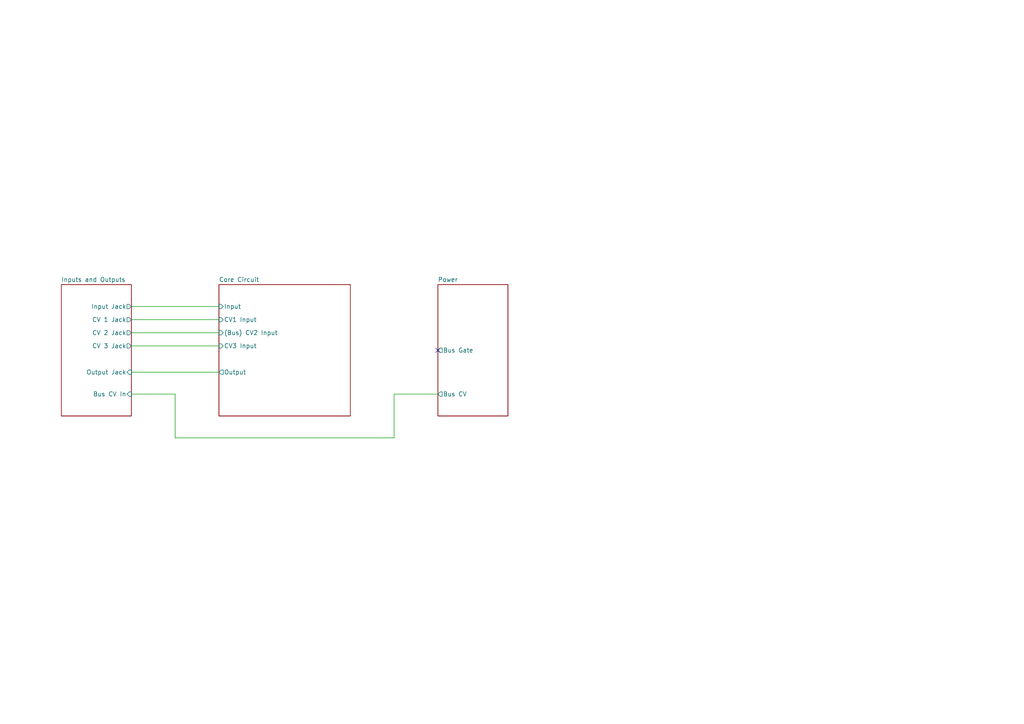
<source format=kicad_sch>
(kicad_sch
	(version 20231120)
	(generator "eeschema")
	(generator_version "8.0")
	(uuid "58f4306d-5387-4983-bb08-41a2313fd315")
	(paper "A4")
	(title_block
		(rev "1")
		(company "DMH Instruments")
		(comment 1 "PCB for 10cm Kosmo format synthesizer module")
	)
	(lib_symbols)
	(no_connect
		(at 127 101.6)
		(uuid "04bf58f4-d0cb-4d6d-973a-58f6aa426678")
	)
	(wire
		(pts
			(xy 114.3 114.3) (xy 127 114.3)
		)
		(stroke
			(width 0)
			(type default)
		)
		(uuid "25c1840c-53b4-480d-99c2-f2ed4519ab5d")
	)
	(wire
		(pts
			(xy 38.1 88.9) (xy 63.5 88.9)
		)
		(stroke
			(width 0)
			(type default)
		)
		(uuid "324b8cae-5d1a-49fe-9e0c-7bdf9e11d16b")
	)
	(wire
		(pts
			(xy 38.1 96.52) (xy 63.5 96.52)
		)
		(stroke
			(width 0)
			(type default)
		)
		(uuid "43ce6f2a-15e5-42e0-86af-0da6eff49995")
	)
	(wire
		(pts
			(xy 50.8 127) (xy 114.3 127)
		)
		(stroke
			(width 0)
			(type default)
		)
		(uuid "95a0cdb6-5713-4c46-a9db-b5ca633cbd7e")
	)
	(wire
		(pts
			(xy 114.3 127) (xy 114.3 114.3)
		)
		(stroke
			(width 0)
			(type default)
		)
		(uuid "97a6bf40-a75c-4e48-a05d-185c2cfa6f34")
	)
	(wire
		(pts
			(xy 38.1 92.71) (xy 63.5 92.71)
		)
		(stroke
			(width 0)
			(type default)
		)
		(uuid "af2c2844-05ab-4694-97da-584c4be0f990")
	)
	(wire
		(pts
			(xy 38.1 107.95) (xy 63.5 107.95)
		)
		(stroke
			(width 0)
			(type default)
		)
		(uuid "b2a077c9-58e4-4ba9-9606-f4c8c26b88d6")
	)
	(wire
		(pts
			(xy 50.8 114.3) (xy 50.8 127)
		)
		(stroke
			(width 0)
			(type default)
		)
		(uuid "c31a9ace-d0af-4e3f-976c-eb0cc1ad79de")
	)
	(wire
		(pts
			(xy 38.1 100.33) (xy 63.5 100.33)
		)
		(stroke
			(width 0)
			(type default)
		)
		(uuid "c9b58330-17a0-4fa6-8e7e-632d3fc940a2")
	)
	(wire
		(pts
			(xy 38.1 114.3) (xy 50.8 114.3)
		)
		(stroke
			(width 0)
			(type default)
		)
		(uuid "ed3367d1-8b4b-4cd7-8703-c75786932bb6")
	)
	(sheet
		(at 127 82.55)
		(size 20.32 38.1)
		(fields_autoplaced yes)
		(stroke
			(width 0.1524)
			(type solid)
		)
		(fill
			(color 0 0 0 0.0000)
		)
		(uuid "0cdf34b2-39cd-4d9e-981a-97cd34791509")
		(property "Sheetname" "Power"
			(at 127 81.8384 0)
			(effects
				(font
					(size 1.27 1.27)
				)
				(justify left bottom)
			)
		)
		(property "Sheetfile" "Power.kicad_sch"
			(at 127 121.2346 0)
			(effects
				(font
					(size 1.27 1.27)
				)
				(justify left top)
				(hide yes)
			)
		)
		(pin "Bus Gate" output
			(at 127 101.6 180)
			(effects
				(font
					(size 1.27 1.27)
				)
				(justify left)
			)
			(uuid "35434339-bc2b-4868-9a18-95483283b276")
		)
		(pin "Bus CV" output
			(at 127 114.3 180)
			(effects
				(font
					(size 1.27 1.27)
				)
				(justify left)
			)
			(uuid "0197176f-d754-4695-b74f-89d14faa0aea")
		)
		(instances
			(project "DMH_VCF_Diode_Ladder_PCB_Conn"
				(path "/58f4306d-5387-4983-bb08-41a2313fd315"
					(page "4")
				)
			)
		)
	)
	(sheet
		(at 63.5 82.55)
		(size 38.1 38.1)
		(fields_autoplaced yes)
		(stroke
			(width 0.1524)
			(type solid)
		)
		(fill
			(color 0 0 0 0.0000)
		)
		(uuid "7ad2d702-dfb7-4d49-a82d-34430dd5948f")
		(property "Sheetname" "Core Circuit"
			(at 63.5 81.8384 0)
			(effects
				(font
					(size 1.27 1.27)
				)
				(justify left bottom)
			)
		)
		(property "Sheetfile" "Core_Circuit.kicad_sch"
			(at 63.5 121.2346 0)
			(effects
				(font
					(size 1.27 1.27)
				)
				(justify left top)
				(hide yes)
			)
		)
		(pin "Output" output
			(at 63.5 107.95 180)
			(effects
				(font
					(size 1.27 1.27)
				)
				(justify left)
			)
			(uuid "2ac4b1a4-34c1-4db4-980a-cb367d4c33e2")
		)
		(pin "(Bus) CV2 Input" input
			(at 63.5 96.52 180)
			(effects
				(font
					(size 1.27 1.27)
				)
				(justify left)
			)
			(uuid "0f497ce2-a7b5-4eb9-be19-fa780e08f7be")
		)
		(pin "CV3 Input" input
			(at 63.5 100.33 180)
			(effects
				(font
					(size 1.27 1.27)
				)
				(justify left)
			)
			(uuid "ad4f86bb-aa0b-4ec5-bc19-2ab647732030")
		)
		(pin "Input" input
			(at 63.5 88.9 180)
			(effects
				(font
					(size 1.27 1.27)
				)
				(justify left)
			)
			(uuid "3d751bb9-bc86-4e9e-b126-7a702b24f8d2")
		)
		(pin "CV1 Input" input
			(at 63.5 92.71 180)
			(effects
				(font
					(size 1.27 1.27)
				)
				(justify left)
			)
			(uuid "175109e4-230e-4690-8776-c6860ac07aeb")
		)
		(instances
			(project "DMH_VCF_Diode_Ladder_PCB_Conn"
				(path "/58f4306d-5387-4983-bb08-41a2313fd315"
					(page "3")
				)
			)
		)
	)
	(sheet
		(at 17.78 82.55)
		(size 20.32 38.1)
		(fields_autoplaced yes)
		(stroke
			(width 0.1524)
			(type solid)
		)
		(fill
			(color 0 0 0 0.0000)
		)
		(uuid "ce3fef8b-9f1d-4178-b50b-4a046c030679")
		(property "Sheetname" "Inputs and Outputs"
			(at 17.78 81.8384 0)
			(effects
				(font
					(size 1.27 1.27)
				)
				(justify left bottom)
			)
		)
		(property "Sheetfile" "Inputs_and_Outputs.kicad_sch"
			(at 17.78 121.2346 0)
			(effects
				(font
					(size 1.27 1.27)
				)
				(justify left top)
				(hide yes)
			)
		)
		(pin "Output Jack" input
			(at 38.1 107.95 0)
			(effects
				(font
					(size 1.27 1.27)
				)
				(justify right)
			)
			(uuid "47d6f700-19ac-440c-a9bd-0184205b1d14")
		)
		(pin "Input Jack" output
			(at 38.1 88.9 0)
			(effects
				(font
					(size 1.27 1.27)
				)
				(justify right)
			)
			(uuid "d1cfb4b1-5a54-4286-ba01-f85047d51a10")
		)
		(pin "CV 1 Jack" output
			(at 38.1 92.71 0)
			(effects
				(font
					(size 1.27 1.27)
				)
				(justify right)
			)
			(uuid "3a5cdf2a-d250-44b0-a6fb-6b8952b38724")
		)
		(pin "CV 2 Jack" output
			(at 38.1 96.52 0)
			(effects
				(font
					(size 1.27 1.27)
				)
				(justify right)
			)
			(uuid "371c4516-13c1-4a0f-8a4f-05e2b95ce388")
		)
		(pin "CV 3 Jack" output
			(at 38.1 100.33 0)
			(effects
				(font
					(size 1.27 1.27)
				)
				(justify right)
			)
			(uuid "c9a6071c-bf2c-48ab-8517-dacace690546")
		)
		(pin "Bus CV In" input
			(at 38.1 114.3 0)
			(effects
				(font
					(size 1.27 1.27)
				)
				(justify right)
			)
			(uuid "1d121c4e-e9a7-4af9-a69f-ce3834d19cc0")
		)
		(instances
			(project "DMH_VCF_Diode_Ladder_PCB_Conn"
				(path "/58f4306d-5387-4983-bb08-41a2313fd315"
					(page "2")
				)
			)
		)
	)
	(sheet_instances
		(path "/"
			(page "1")
		)
	)
)

</source>
